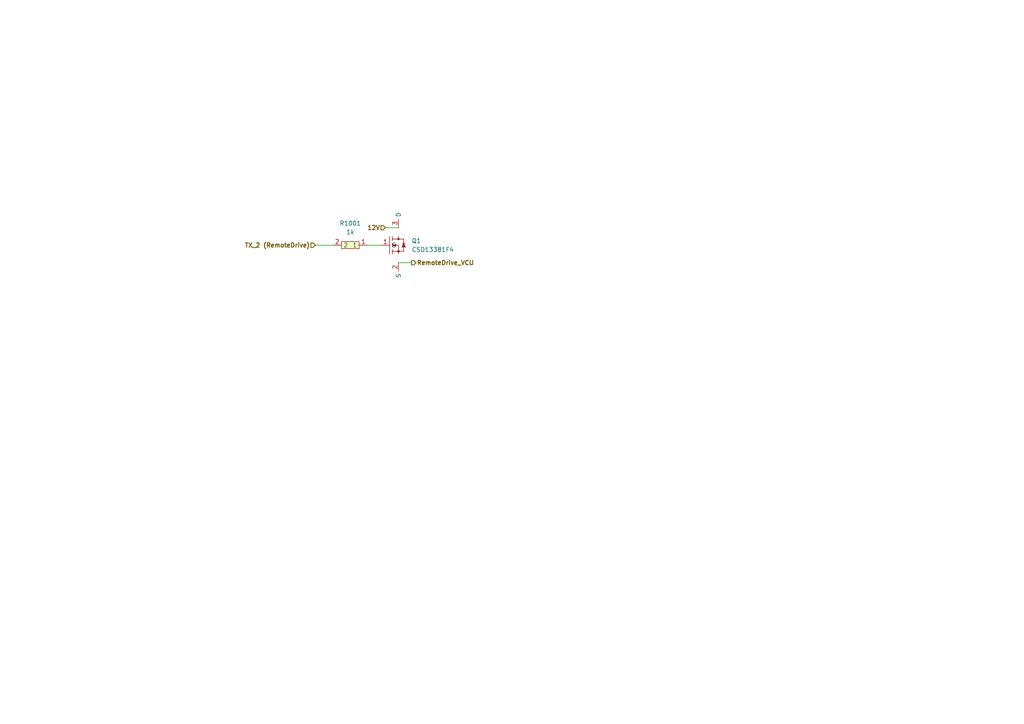
<source format=kicad_sch>
(kicad_sch (version 20250114) (generator "eeschema") (generator_version "9.0")
  (paper "A4")
  (title_block (title "E-Kart Option 1") (date "2025-04-01") (rev "1") (company "Leomax") (comment 1 "zentrale Steuer- und Kommunkationsplatine") (comment 2 "Bachelorarbiet") (comment 3 "Sebastian Hampl"))
  (lib_symbols
    (symbol "EasyEda2KiCad:CSD13381F4"
      (property "Reference" "Q" (at 0 10.16 0))
      (property "Value" "CSD13381F4" (at 0 -10.16 0))
      (symbol "CSD13381F4_0_1"
        (polyline (pts (xy 0 2.54) (xy 0 -2.54)))
        (polyline (pts (xy 0.76 2.54) (xy 0.76 1.78)))
        (polyline (pts (xy 0.76 1.78) (xy 0.76 1.27)))
        (polyline (pts (xy 0.76 1.78) (xy 4.06 1.78) (xy 4.06 1.78)))
        (polyline (pts (xy 0.76 0.51) (xy 0.76 0)))
        (polyline (pts (xy 0.76 0) (xy 0.76 -0.51)))
        (polyline (pts (xy 0.76 0) (xy 1.78 0.25)))
        (polyline (pts (xy 0.76 0) (xy 1.78 -0.25)))
        (polyline (pts (xy 0.76 -1.78) (xy 0.76 -1.27)))
        (polyline (pts (xy 0.76 -1.78) (xy 2.54 -1.78)))
        (polyline (pts (xy 0.76 -2.54) (xy 0.76 -1.78)))
        (polyline (pts (xy 1.02 0) (xy 0.76 0)))
        (polyline (pts (xy 1.02 0) (xy 1.78 -0.25)))
        (polyline (pts (xy 1.02 0) (xy 2.54 0)))
        (polyline (pts (xy 1.78 0.25) (xy 1.02 0)))
        (polyline (pts (xy 1.78 -0.25) (xy 1.27 0)))
        (polyline (pts (xy 1.78 -0.25) (xy 1.78 0.25)))
        (polyline (pts (xy 2.54 2.54) (xy 2.54 1.78)))
        (circle (center 2.54 1.78) (radius 0.25))
        (polyline (pts (xy 2.54 0) (xy 2.54 -1.78)))
        (polyline (pts (xy 2.54 -1.78) (xy 2.54 -2.54)))
        (circle (center 2.54 -1.78) (radius 0.25))
        (polyline (pts (xy 3.56 -0.51) (xy 4.06 0.51)))
        (polyline (pts (xy 3.81 -0.51) (xy 3.56 -0.51)))
        (polyline (pts (xy 4.06 1.78) (xy 4.06 0)))
        (polyline (pts (xy 4.06 0.51) (xy 3.56 0.51)))
        (polyline (pts (xy 4.06 0.51) (xy 4.57 -0.51)))
        (polyline (pts (xy 4.06 0) (xy 3.81 -0.25)))
        (polyline (pts (xy 4.06 0) (xy 3.81 -0.51)))
        (polyline (pts (xy 4.06 0) (xy 4.06 0.51)))
        (polyline (pts (xy 4.06 -0.25) (xy 4.06 -1.78)))
        (polyline (pts (xy 4.06 -1.78) (xy 2.54 -1.78)))
        (polyline (pts (xy 4.32 -0.25) (xy 4.06 0)))
        (polyline (pts (xy 4.32 -0.51) (xy 3.81 -0.51)))
        (polyline (pts (xy 4.32 -0.51) (xy 4.06 0)))
        (polyline (pts (xy 4.57 0.51) (xy 4.06 0.51)))
        (polyline (pts (xy 4.57 -0.51) (xy 4.32 -0.51)))
        (pin unspecified line (at -2.54 0 0) (length 2.54) (name "G") (number "1"))
        (pin unspecified line (at 2.54 5.08 90) (length 2.54) (name "D") (number "3"))
        (pin unspecified line (at 2.54 -5.08 270) (length 2.54) (name "S") (number "2"))
      )
    )
    (symbol "easyeda2kicad:0603WAF1001T5E"
      (property "Reference" "R" (at 0 5.08 0))
      (property "Value" "0603WAF1001T5E" (at 0 -5.08 0))
      (symbol "0603WAF1001T5E_0_1"
        (rectangle (start -2.54 1.02) (end 2.54 -1.02) (fill (type background)))
        (pin input line (at -5.08 0 0) (length 2.54) (name "1") (number "1"))
        (pin input line (at 5.08 0 180) (length 2.54) (name "2") (number "2"))
      )
    )
  )
  (wire (pts (xy 115.57 66.04) (xy 111.76 66.04)))
  (wire (pts (xy 106.68 71.12) (xy 110.49 71.12)))
  (wire (pts (xy 91.44 71.12) (xy 96.52 71.12)))
  (wire (pts (xy 115.57 76.2) (xy 119.38 76.2)))
  (hierarchical_label "RemoteDrive_VCU" (shape output) (at 119.38 76.2 0) (effects (font (thickness 0.254) (bold yes))))
  (hierarchical_label "12V" (shape input) (at 111.76 66.04 180) (effects (font (thickness 0.254) (bold yes))))
  (hierarchical_label "TX_2 (RemoteDrive)" (shape input) (at 91.44 71.12 180) (effects (font (thickness 0.254) (bold yes))))
  (symbol (lib_id "easyeda2kicad:0603WAF1001T5E") (at 101.6 71.12 180) (unit 1)
    (property "Reference" "R1001" (at 101.6 64.77 0))
    (property "Value" "1k" (at 101.6 67.31 0))
    (property "Footprint" "easyeda2kicad:R0603" (effects (hide yes)))
    (property "Datasheet" "https://lcsc.com/product-detail/Chip-Resistor-Surface-Mount-UniOhm_1KR-1001-1_C21190.html" (effects (hide yes)))
    (property "LCSC Part" "C21190" (effects (hide yes)))
  )
  (symbol (lib_id "EasyEda2KiCad:CSD13381F4") (at 113.03 71.12 0) (unit 1)
    (property "Reference" "Q1" (at 119.38 69.8499 0) (effects (justify left)))
    (property "Value" "CSD13381F4" (at 119.38 72.3899 0) (effects (justify left)))
    (property "Footprint" "easyeda2kicad:PICOSTAR-3_L1.0-W0.6-P0.40-S0.65-BL-1" (effects (hide yes)))
    (property "LCSC Part" "C179868" (effects (hide yes)))
  )
)
</source>
